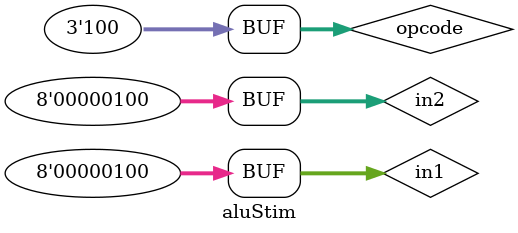
<source format=v>
`timescale 1ns / 1ps


module aluStim;

	// Inputs
	reg [7:0] in1;
	reg [7:0] in2;
	reg [2:0] opcode;

	// Outputs
	wire [7:0] data_out;
	wire [7:0] flag_out;

	// Instantiate the Unit Under Test (UUT)
	alu uut (
		.in1(in1), 
		.in2(in2), 
		.opcode(opcode), 
		.data_out(data_out), 
		.flag_out(flag_out)
	);

	initial begin
		// Initialize Inputs
		in1 = 4;
		in2 = 4;
		opcode = 4;

		// Wait 100 ns for global reset to finish
		#100;
        
		// Add stimulus here

	end
      
endmodule


</source>
